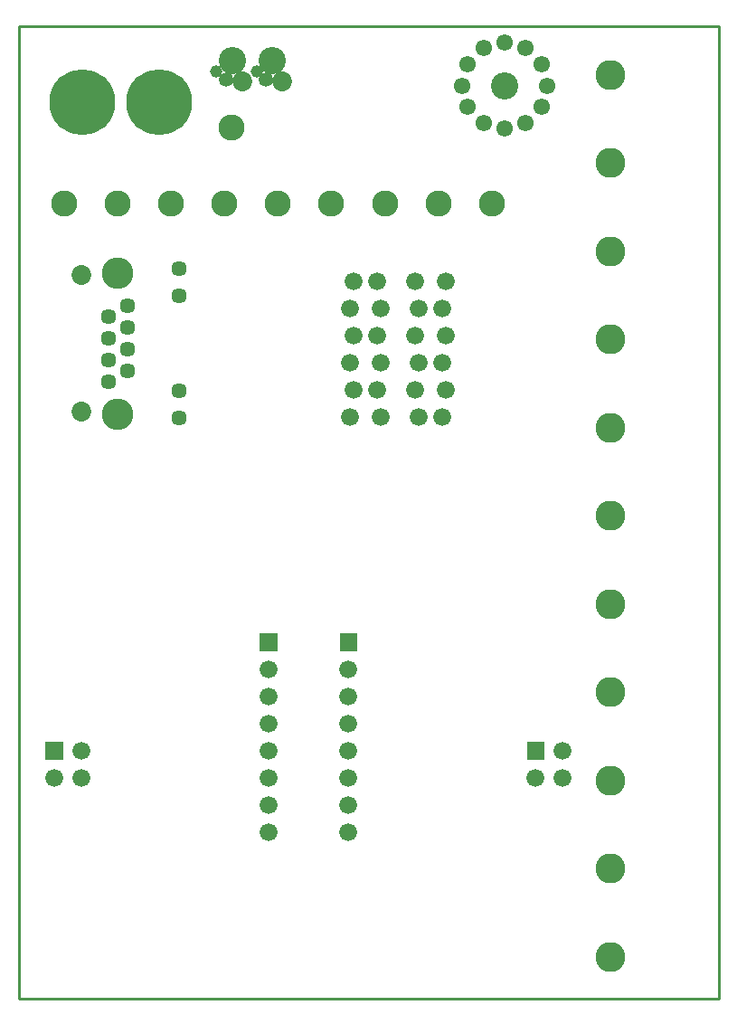
<source format=gbr>
G04 This is an RS-274x file exported by *
G04 gerbv version 2.7.0 *
G04 More information is available about gerbv at *
G04 http://gerbv.geda-project.org/ *
G04 --End of header info--*
%MOIN*%
%FSLAX36Y36*%
%IPPOS*%
G04 --Define apertures--*
%ADD10C,0.0100*%
%ADD11C,0.1043*%
%ADD12C,0.0945*%
%ADD13C,0.0551*%
%ADD14C,0.0906*%
%ADD15C,0.0600*%
%ADD16C,0.0512*%
%ADD17C,0.0669*%
%ADD18C,0.1102*%
%ADD19C,0.2362*%
%ADD20C,0.0394*%
%ADD21C,0.0472*%
%ADD22C,0.0001*%
%ADD23C,0.0886*%
%ADD24C,0.0787*%
%ADD25C,0.0630*%
%ADD26C,0.0380*%
%ADD27C,0.0354*%
%ADD28C,0.1870*%
%ADD29C,0.0197*%
%ADD30C,0.0492*%
%ADD31C,0.0295*%
%ADD32C,0.1103*%
%ADD33C,0.1005*%
%ADD34C,0.0611*%
%ADD35C,0.0966*%
%ADD36C,0.0660*%
%ADD37C,0.0572*%
%ADD38C,0.0960*%
%ADD39C,0.0729*%
%ADD40C,0.1162*%
%ADD41C,0.2422*%
%ADD42C,0.0454*%
%ADD43C,0.0532*%
%ADD44C,0.0890*%
%ADD45C,0.0790*%
%ADD46C,0.0390*%
%ADD47C,0.0350*%
%ADD48C,0.0510*%
%ADD49C,0.0940*%
%ADD50C,0.0200*%
%ADD51C,0.0490*%
%ADD52C,0.0300*%
G04 --Start main section--*
G01X0000000Y0000000D02*
G54D11*
G01X2180000Y8070000D03*
G01X2180000Y7745000D03*
G01X2180000Y7420000D03*
G01X2180000Y7095000D03*
G01X2180000Y6770000D03*
G54D12*
G01X1790000Y8030000D03*
G54D13*
G01X1947480Y8030000D03*
G01X1925830Y7951260D03*
G01X1925830Y8108740D03*
G01X1790000Y8187480D03*
G01X1866770Y8167800D03*
G01X1713230Y8167800D03*
G01X1632520Y8030000D03*
G01X1654170Y7951260D03*
G01X1654170Y8108740D03*
G01X1790000Y7872520D03*
G01X1713230Y7892200D03*
G01X1866770Y7892200D03*
G54D14*
G01X1742400Y7595000D03*
G54D15*
G01X1460000Y7310000D03*
G01X1575000Y7310000D03*
G01X1475000Y7210000D03*
G01X1320000Y7310000D03*
G01X1335000Y7210000D03*
G01X1560000Y7210000D03*
G01X1460000Y7110000D03*
G01X1475000Y7010000D03*
G01X1575000Y7110000D03*
G01X1560000Y7010000D03*
G01X1235000Y7310000D03*
G01X1220000Y7210000D03*
G01X1235000Y7110000D03*
G01X1220000Y7010000D03*
G01X1320000Y7110000D03*
G01X1335000Y7010000D03*
G54D14*
G01X1151850Y7595000D03*
G01X1348700Y7595000D03*
G01X1545550Y7595000D03*
G54D16*
G01X0589800Y7255040D03*
G01X0589800Y7355430D03*
G54D12*
G01X0785000Y7875000D03*
G54D14*
G01X0561300Y7595000D03*
G01X0758150Y7595000D03*
G01X0955000Y7595000D03*
G54D17*
G01X0229960Y7331810D03*
G54D18*
G01X0365000Y7339690D03*
G54D14*
G01X0167600Y7595000D03*
G01X0364450Y7595000D03*
G54D19*
G01X0235000Y7970000D03*
G01X0518460Y7970000D03*
G54D12*
G01X0787400Y8122050D03*
G01X0935040Y8122050D03*
G54D20*
G01X0875980Y8082680D03*
G54D17*
G01X0822830Y8047240D03*
G01X0970470Y8047240D03*
G54D21*
G01X0911420Y8051180D03*
G01X0763780Y8051180D03*
G54D20*
G01X0728350Y8082680D03*
G54D17*
G01X0229960Y6827870D03*
G54D18*
G01X0365000Y6820000D03*
G54D16*
G01X0589800Y6804250D03*
G01X0589800Y6904650D03*
G01X0329570Y7019610D03*
G01X0329570Y6939290D03*
G01X0400430Y6979450D03*
G01X0329570Y7099920D03*
G01X0329570Y7180240D03*
G01X0400430Y7059760D03*
G01X0400430Y7140080D03*
G01X0400430Y7220390D03*
G54D11*
G01X2180000Y4820000D03*
G01X2180000Y5145000D03*
G01X2180000Y6120000D03*
G01X2180000Y5795000D03*
G01X2180000Y5470000D03*
G01X2180000Y6445000D03*
G54D15*
G01X1460000Y6910000D03*
G01X1575000Y6910000D03*
G01X1320000Y6910000D03*
G01X1235000Y6910000D03*
G01X1475000Y6810000D03*
G01X1560000Y6810000D03*
G01X1220000Y6810000D03*
G01X1335000Y6810000D03*
G54D22*
G36*
G01X0890000Y6010000D02*
G01X0890000Y5950000D01*
G01X0950000Y5950000D01*
G01X0950000Y6010000D01*
G01X0890000Y6010000D01*
G37*
G54D15*
G01X0920000Y5880000D03*
G01X0920000Y5780000D03*
G01X0920000Y5680000D03*
G01X0920000Y5580000D03*
G01X0920000Y5480000D03*
G01X0920000Y5380000D03*
G01X0920000Y5280000D03*
G54D22*
G36*
G01X1185000Y6010000D02*
G01X1185000Y5950000D01*
G01X1245000Y5950000D01*
G01X1245000Y6010000D01*
G01X1185000Y6010000D01*
G37*
G54D15*
G01X1215000Y5880000D03*
G01X1215000Y5780000D03*
G01X1215000Y5680000D03*
G01X1215000Y5580000D03*
G01X1215000Y5480000D03*
G01X1215000Y5380000D03*
G01X1215000Y5280000D03*
G54D22*
G36*
G01X0100000Y5610000D02*
G01X0100000Y5550000D01*
G01X0160000Y5550000D01*
G01X0160000Y5610000D01*
G01X0100000Y5610000D01*
G37*
G54D15*
G01X0130000Y5480000D03*
G01X0230000Y5480000D03*
G01X0230000Y5580000D03*
G54D22*
G36*
G01X1875000Y5610000D02*
G01X1875000Y5550000D01*
G01X1935000Y5550000D01*
G01X1935000Y5610000D01*
G01X1875000Y5610000D01*
G37*
G54D15*
G01X1905000Y5480000D03*
G01X2005000Y5480000D03*
G01X2005000Y5580000D03*
G01X0000000Y0000000D02*
G54D10*
G01X0000000Y8250000D02*
G01X2578740Y8250000D01*
G01X2578740Y8250000D02*
G01X2578740Y4667320D01*
G01X2578740Y4667320D02*
G01X0000000Y4667320D01*
G01X0000000Y4667320D02*
G01X0000000Y8250000D01*
G01X0000000Y0000000D02*
G54D32*
G01X2180000Y8070000D03*
G01X2180000Y7745000D03*
G01X2180000Y7420000D03*
G01X2180000Y7095000D03*
G01X2180000Y6770000D03*
G54D33*
G01X1790000Y8030000D03*
G54D34*
G01X1947480Y8030000D03*
G01X1925830Y7951260D03*
G01X1925830Y8108740D03*
G01X1790000Y8187480D03*
G01X1866770Y8167800D03*
G01X1713230Y8167800D03*
G01X1632520Y8030000D03*
G01X1654170Y7951260D03*
G01X1654170Y8108740D03*
G01X1790000Y7872520D03*
G01X1713230Y7892200D03*
G01X1866770Y7892200D03*
G54D35*
G01X1742400Y7595000D03*
G54D36*
G01X1460000Y7310000D03*
G01X1575000Y7310000D03*
G01X1475000Y7210000D03*
G01X1320000Y7310000D03*
G01X1335000Y7210000D03*
G01X1560000Y7210000D03*
G01X1460000Y7110000D03*
G01X1475000Y7010000D03*
G01X1575000Y7110000D03*
G01X1560000Y7010000D03*
G01X1235000Y7310000D03*
G01X1220000Y7210000D03*
G01X1235000Y7110000D03*
G01X1220000Y7010000D03*
G01X1320000Y7110000D03*
G01X1335000Y7010000D03*
G54D35*
G01X1151850Y7595000D03*
G01X1348700Y7595000D03*
G01X1545550Y7595000D03*
G54D37*
G01X0589800Y7255040D03*
G01X0589800Y7355430D03*
G54D38*
G01X0785000Y7875000D03*
G54D35*
G01X0561300Y7595000D03*
G01X0758150Y7595000D03*
G01X0955000Y7595000D03*
G54D39*
G01X0229960Y7331810D03*
G54D40*
G01X0365000Y7339690D03*
G54D35*
G01X0167600Y7595000D03*
G01X0364450Y7595000D03*
G54D41*
G01X0235000Y7970000D03*
G01X0518460Y7970000D03*
G54D33*
G01X0787400Y8122050D03*
G01X0935040Y8122050D03*
G54D42*
G01X0875980Y8082680D03*
G54D39*
G01X0822830Y8047240D03*
G01X0970470Y8047240D03*
G54D43*
G01X0911420Y8051180D03*
G01X0763780Y8051180D03*
G54D42*
G01X0728350Y8082680D03*
G54D39*
G01X0229960Y6827870D03*
G54D40*
G01X0365000Y6820000D03*
G54D37*
G01X0589800Y6804250D03*
G01X0589800Y6904650D03*
G01X0329570Y7019610D03*
G01X0329570Y6939290D03*
G01X0400430Y6979450D03*
G01X0329570Y7099920D03*
G01X0329570Y7180240D03*
G01X0400430Y7059760D03*
G01X0400430Y7140080D03*
G01X0400430Y7220390D03*
G54D32*
G01X2180000Y4820000D03*
G01X2180000Y5145000D03*
G01X2180000Y6120000D03*
G01X2180000Y5795000D03*
G01X2180000Y5470000D03*
G01X2180000Y6445000D03*
G54D36*
G01X1460000Y6910000D03*
G01X1575000Y6910000D03*
G01X1320000Y6910000D03*
G01X1235000Y6910000D03*
G01X1475000Y6810000D03*
G01X1560000Y6810000D03*
G01X1220000Y6810000D03*
G01X1335000Y6810000D03*
G54D22*
G36*
G01X0887000Y6013000D02*
G01X0887000Y5947000D01*
G01X0953000Y5947000D01*
G01X0953000Y6013000D01*
G01X0887000Y6013000D01*
G37*
G54D36*
G01X0920000Y5880000D03*
G01X0920000Y5780000D03*
G01X0920000Y5680000D03*
G01X0920000Y5580000D03*
G01X0920000Y5480000D03*
G01X0920000Y5380000D03*
G01X0920000Y5280000D03*
G54D22*
G36*
G01X1182000Y6013000D02*
G01X1182000Y5947000D01*
G01X1248000Y5947000D01*
G01X1248000Y6013000D01*
G01X1182000Y6013000D01*
G37*
G54D36*
G01X1215000Y5880000D03*
G01X1215000Y5780000D03*
G01X1215000Y5680000D03*
G01X1215000Y5580000D03*
G01X1215000Y5480000D03*
G01X1215000Y5380000D03*
G01X1215000Y5280000D03*
G54D22*
G36*
G01X0097000Y5613000D02*
G01X0097000Y5547000D01*
G01X0163000Y5547000D01*
G01X0163000Y5613000D01*
G01X0097000Y5613000D01*
G37*
G54D36*
G01X0130000Y5480000D03*
G01X0230000Y5480000D03*
G01X0230000Y5580000D03*
G54D22*
G36*
G01X1872000Y5613000D02*
G01X1872000Y5547000D01*
G01X1938000Y5547000D01*
G01X1938000Y5613000D01*
G01X1872000Y5613000D01*
G37*
G54D36*
G01X1905000Y5480000D03*
G01X2005000Y5480000D03*
G01X2005000Y5580000D03*
G01X0000000Y0000000D02*
G54D50*
G01X0728300Y8082700D03*
G01X0876000Y8082700D03*
G54D52*
G01X0763800Y8051200D03*
G01X0911400Y8051200D03*
G54D47*
G01X0329600Y7180200D03*
G01X0329600Y7099900D03*
G01X0329600Y7019600D03*
G01X0329600Y6939300D03*
G01X0400400Y7220400D03*
G01X0400400Y7140100D03*
G01X0400400Y7059800D03*
G01X0400400Y6979400D03*
G01X0589800Y7355400D03*
G01X0589800Y7255000D03*
G01X0589800Y6904600D03*
G01X0589800Y6804300D03*
G54D26*
G01X0130000Y5580000D03*
G01X0130000Y5480000D03*
G01X0230000Y5580000D03*
G01X0230000Y5480000D03*
G01X0920000Y5980000D03*
G01X0920000Y5880000D03*
G01X0920000Y5780000D03*
G01X0920000Y5680000D03*
G01X0920000Y5580000D03*
G01X0920000Y5480000D03*
G01X0920000Y5380000D03*
G01X0920000Y5280000D03*
G01X1215000Y5980000D03*
G01X1215000Y5880000D03*
G01X1215000Y5780000D03*
G01X1215000Y5680000D03*
G01X1215000Y5580000D03*
G01X1215000Y5480000D03*
G01X1215000Y5380000D03*
G01X1215000Y5280000D03*
G01X1220000Y7210000D03*
G01X1220000Y7010000D03*
G01X1220000Y6810000D03*
G01X1235000Y7310000D03*
G01X1235000Y7110000D03*
G01X1235000Y6910000D03*
G01X1320000Y7310000D03*
G01X1320000Y7110000D03*
G01X1320000Y6910000D03*
G01X1335000Y7210000D03*
G01X1335000Y7010000D03*
G01X1335000Y6810000D03*
G01X1460000Y7310000D03*
G01X1460000Y7110000D03*
G01X1460000Y6910000D03*
G01X1475000Y7210000D03*
G01X1475000Y7010000D03*
G01X1475000Y6810000D03*
G01X1560000Y7210000D03*
G01X1560000Y7010000D03*
G01X1560000Y6810000D03*
G01X1575000Y7310000D03*
G01X1575000Y7110000D03*
G01X1575000Y6910000D03*
G01X1905000Y5580000D03*
G01X1905000Y5480000D03*
G01X2005000Y5580000D03*
G01X2005000Y5480000D03*
G54D46*
G01X1632500Y8030000D03*
G01X1654200Y8108700D03*
G01X1654200Y7951300D03*
G01X1713200Y8167800D03*
G01X1713200Y7892200D03*
G01X1790000Y8187500D03*
G01X1790000Y7872500D03*
G01X1866800Y8167800D03*
G01X1866800Y7892200D03*
G01X1925800Y8108700D03*
G01X1925800Y7951300D03*
G01X1947500Y8030000D03*
G54D51*
G01X0822800Y8047200D03*
G01X0970500Y8047200D03*
G54D48*
G01X0230000Y7331800D03*
G01X0230000Y6827900D03*
G54D25*
G01X0167600Y7595000D03*
G01X0364400Y7595000D03*
G01X0561300Y7595000D03*
G01X0758100Y7595000D03*
G01X0955000Y7595000D03*
G01X1151900Y7595000D03*
G01X1348700Y7595000D03*
G01X1545600Y7595000D03*
G01X1742400Y7595000D03*
G54D45*
G01X0785000Y7875000D03*
G01X0787400Y8122000D03*
G01X0935000Y8122000D03*
G01X1790000Y8030000D03*
G54D44*
G01X2180000Y8070000D03*
G01X2180000Y7745000D03*
G01X2180000Y7420000D03*
G01X2180000Y7095000D03*
G01X2180000Y6770000D03*
G01X2180000Y6445000D03*
G01X2180000Y6120000D03*
G01X2180000Y5795000D03*
G01X2180000Y5470000D03*
G01X2180000Y5145000D03*
G01X2180000Y4820000D03*
G54D49*
G01X0365000Y7339700D03*
G01X0365000Y6820000D03*
G54D28*
G01X0235000Y7970000D03*
G01X0518500Y7970000D03*
M02*

</source>
